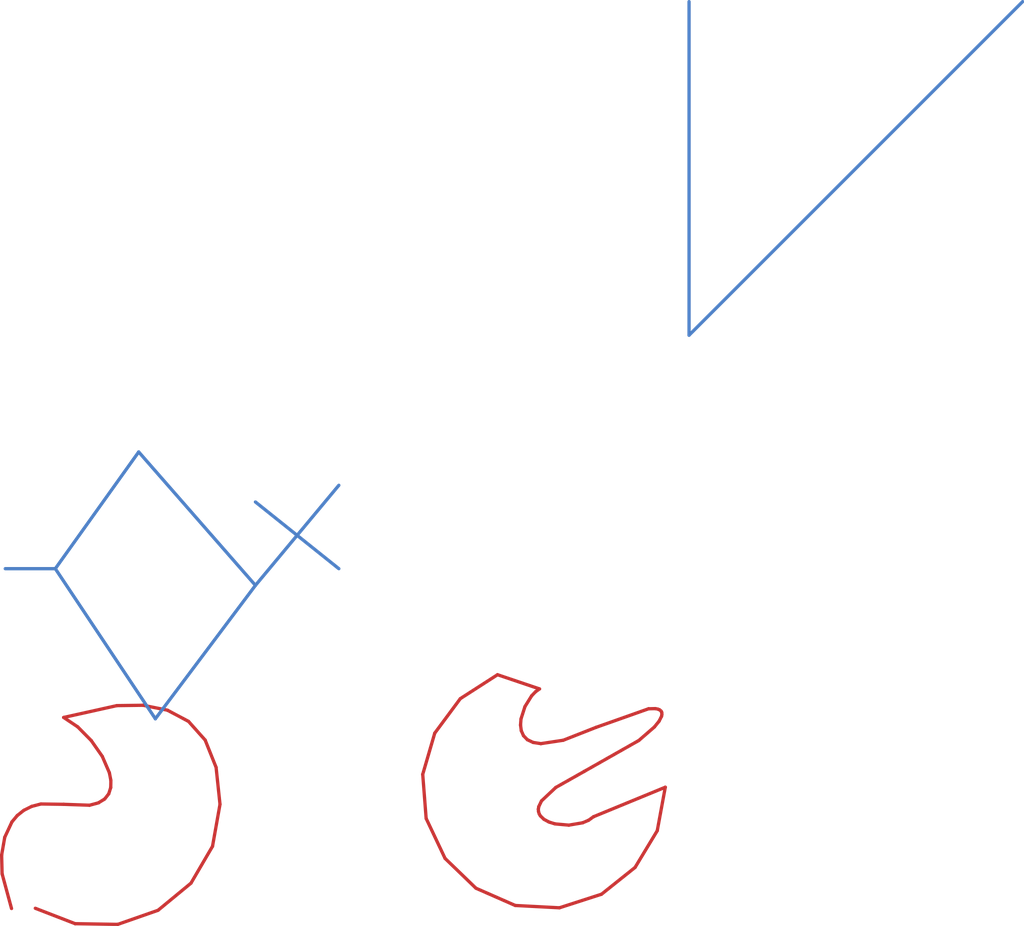
<source format=kicad_pcb>
(kicad_pcb (version 20171130) (host pcbnew 5.0.0+dfsg1-2)

  (general
    (thickness 1.6)
    (drawings 0)
    (tracks 20)
    (zones 0)
    (modules 0)
    (nets 2)
  )

  (page A4)
  (layers
    (0 F.Cu signal)
    (31 B.Cu signal)
    (32 B.Adhes user)
    (33 F.Adhes user)
    (34 B.Paste user)
    (35 F.Paste user)
    (36 B.SilkS user)
    (37 F.SilkS user)
    (38 B.Mask user)
    (39 F.Mask user)
    (40 Dwgs.User user)
    (41 Cmts.User user)
    (42 Eco1.User user)
    (43 Eco2.User user)
    (44 Edge.Cuts user)
    (45 Margin user)
    (46 B.CrtYd user)
    (47 F.CrtYd user)
    (48 B.Fab user)
    (49 F.Fab user)
  )

  (setup
    (last_trace_width 0.25)
    (trace_clearance 0.2)
    (zone_clearance 0.508)
    (zone_45_only no)
    (trace_min 0.2)
    (segment_width 0.2)
    (edge_width 0.15)
    (via_size 0.8)
    (via_drill 0.4)
    (via_min_size 0.4)
    (via_min_drill 0.3)
    (uvia_size 0.3)
    (uvia_drill 0.1)
    (uvias_allowed no)
    (uvia_min_size 0.2)
    (uvia_min_drill 0.1)
    (pcb_text_width 0.3)
    (pcb_text_size 1.5 1.5)
    (mod_edge_width 0.15)
    (mod_text_size 1 1)
    (mod_text_width 0.15)
    (pad_size 1.524 1.524)
    (pad_drill 0.762)
    (pad_to_mask_clearance 0.2)
    (aux_axis_origin 0 0)
    (grid_origin 50.8 76.2)
    (visible_elements FFFFFF7F)
    (pcbplotparams
      (layerselection 0x010fc_ffffffff)
      (usegerberextensions false)
      (usegerberattributes false)
      (usegerberadvancedattributes false)
      (creategerberjobfile false)
      (excludeedgelayer true)
      (linewidth 0.100000)
      (plotframeref false)
      (viasonmask false)
      (mode 1)
      (useauxorigin false)
      (hpglpennumber 1)
      (hpglpenspeed 20)
      (hpglpendiameter 15.000000)
      (psnegative false)
      (psa4output false)
      (plotreference true)
      (plotvalue true)
      (plotinvisibletext false)
      (padsonsilk false)
      (subtractmaskfromsilk false)
      (outputformat 1)
      (mirror false)
      (drillshape 1)
      (scaleselection 1)
      (outputdirectory ""))
  )

  (net 0 "")
  (net 1 "Net-1")

  (net_class Default "This is the default net class."
    (clearance 0.2)
    (trace_width 0.25)
    (via_dia 0.8)
    (via_drill 0.4)
    (uvia_dia 0.3)
    (uvia_drill 0.1)
  )

        (segment (start 68.551 87.737)         (end 68.924 87.469)         (width 0.25) (layer F.Cu) (net 0))
        (segment (start 68.096 87.931)         (end 68.551 87.737)         (width 0.25) (layer F.Cu) (net 0))
        (segment (start 67.047 88.109)         (end 68.096 87.931)         (width 0.25) (layer F.Cu) (net 0))
        (segment (start 65.993 88.015)         (end 67.047 88.109)         (width 0.25) (layer F.Cu) (net 0))
        (segment (start 65.532 87.872)         (end 65.993 88.015)         (width 0.25) (layer F.Cu) (net 0))
        (segment (start 65.151 87.667)         (end 65.532 87.872)         (width 0.25) (layer F.Cu) (net 0))
        (segment (start 64.877 87.402)         (end 65.151 87.667)         (width 0.25) (layer F.Cu) (net 0))
        (segment (start 64.788 87.247)         (end 64.877 87.402)         (width 0.25) (layer F.Cu) (net 0))
        (segment (start 64.736 87.078)         (end 64.788 87.247)         (width 0.25) (layer F.Cu) (net 0))
        (segment (start 64.724 86.895)         (end 64.736 87.078)         (width 0.25) (layer F.Cu) (net 0))
        (segment (start 64.756 86.698)         (end 64.724 86.895)         (width 0.25) (layer F.Cu) (net 0))
        (segment (start 64.964 86.264)         (end 64.756 86.698)         (width 0.25) (layer F.Cu) (net 0))
        (segment (start 66.052 85.240)         (end 64.964 86.264)         (width 0.25) (layer F.Cu) (net 0))
        (segment (start 68.215 84.020)         (end 66.052 85.240)         (width 0.25) (layer F.Cu) (net 0))
        (segment (start 72.375 81.662)         (end 68.215 84.020)         (width 0.25) (layer F.Cu) (net 0))
        (segment (start 73.561 80.633)         (end 72.375 81.662)         (width 0.25) (layer F.Cu) (net 0))
        (segment (start 73.915 80.196)         (end 73.561 80.633)         (width 0.25) (layer F.Cu) (net 0))
        (segment (start 74.103 79.827)         (end 73.915 80.196)         (width 0.25) (layer F.Cu) (net 0))
        (segment (start 74.134 79.671)         (end 74.103 79.827)         (width 0.25) (layer F.Cu) (net 0))
        (segment (start 74.122 79.536)         (end 74.134 79.671)         (width 0.25) (layer F.Cu) (net 0))
        (segment (start 74.099 79.477)         (end 74.122 79.536)         (width 0.25) (layer F.Cu) (net 0))
        (segment (start 74.066 79.423)         (end 74.099 79.477)         (width 0.25) (layer F.Cu) (net 0))
        (segment (start 73.966 79.335)         (end 74.066 79.423)         (width 0.25) (layer F.Cu) (net 0))
        (segment (start 73.821 79.272)         (end 73.966 79.335)         (width 0.25) (layer F.Cu) (net 0))
        (segment (start 73.631 79.236)         (end 73.821 79.272)         (width 0.25) (layer F.Cu) (net 0))
        (segment (start 73.112 79.249)         (end 73.631 79.236)         (width 0.25) (layer F.Cu) (net 0))
        (segment (start 69.113 80.665)         (end 73.112 79.249)         (width 0.25) (layer F.Cu) (net 0))
        (segment (start 66.616 81.646)         (end 69.113 80.665)         (width 0.25) (layer F.Cu) (net 0))
        (segment (start 64.914 81.903)         (end 66.616 81.646)         (width 0.25) (layer F.Cu) (net 0))
        (segment (start 64.324 81.812)         (end 64.914 81.903)         (width 0.25) (layer F.Cu) (net 0))
        (segment (start 63.889 81.604)         (end 64.324 81.812)         (width 0.25) (layer F.Cu) (net 0))
        (segment (start 63.594 81.300)         (end 63.889 81.604)         (width 0.25) (layer F.Cu) (net 0))
        (segment (start 63.425 80.921)         (end 63.594 81.300)         (width 0.25) (layer F.Cu) (net 0))
        (segment (start 63.366 80.488)         (end 63.425 80.921)         (width 0.25) (layer F.Cu) (net 0))
        (segment (start 63.402 80.022)         (end 63.366 80.488)         (width 0.25) (layer F.Cu) (net 0))
        (segment (start 63.705 79.079)         (end 63.402 80.022)         (width 0.25) (layer F.Cu) (net 0))
        (segment (start 64.214 78.260)         (end 63.705 79.079)         (width 0.25) (layer F.Cu) (net 0))
        (segment (start 64.510 77.951)         (end 64.214 78.260)         (width 0.25) (layer F.Cu) (net 0))
        (segment (start 64.813 77.736)         (end 64.510 77.951)         (width 0.25) (layer F.Cu) (net 0))
        (segment (start 61.614 76.655)         (end 64.813 77.736)         (width 0.25) (layer F.Cu) (net 0))
        (segment (start 58.781 78.477)         (end 61.614 76.655)         (width 0.25) (layer F.Cu) (net 0))
        (segment (start 56.835 81.103)         (end 58.781 78.477)         (width 0.25) (layer F.Cu) (net 0))
        (segment (start 55.919 84.241)         (end 56.835 81.103)         (width 0.25) (layer F.Cu) (net 0))
        (segment (start 56.179 87.599)         (end 55.919 84.241)         (width 0.25) (layer F.Cu) (net 0))
        (segment (start 57.620 90.643)         (end 56.179 87.599)         (width 0.25) (layer F.Cu) (net 0))
        (segment (start 59.972 92.913)         (end 57.620 90.643)         (width 0.25) (layer F.Cu) (net 0))
        (segment (start 62.964 94.227)         (end 59.972 92.913)         (width 0.25) (layer F.Cu) (net 0))
        (segment (start 66.328 94.404)         (end 62.964 94.227)         (width 0.25) (layer F.Cu) (net 0))
        (segment (start 69.533 93.370)         (end 66.328 94.404)         (width 0.25) (layer F.Cu) (net 0))
        (segment (start 72.088 91.331)         (end 69.533 93.370)         (width 0.25) (layer F.Cu) (net 0))
        (segment (start 73.778 88.534)         (end 72.088 91.331)         (width 0.25) (layer F.Cu) (net 0))
        (segment (start 74.390 85.222)         (end 73.778 88.534)         (width 0.25) (layer F.Cu) (net 0))
        (segment (start 68.924 87.469)         (end 74.390 85.222)         (width 0.25) (layer F.Cu) (net 0))
        (segment (start 39.911 89.723)         (end 40.481 86.524)         (width 0.25) (layer F.Cu) (net 1))
        (segment (start 38.271 92.528)         (end 39.911 89.723)         (width 0.25) (layer F.Cu) (net 1))
        (segment (start 35.763 94.594)         (end 38.271 92.528)         (width 0.25) (layer F.Cu) (net 1))
        (segment (start 32.696 95.666)         (end 35.763 94.594)         (width 0.25) (layer F.Cu) (net 1))
        (segment (start 29.447 95.613)         (end 32.696 95.666)         (width 0.25) (layer F.Cu) (net 1))
        (segment (start 26.417 94.441)         (end 29.447 95.613)         (width 0.25) (layer F.Cu) (net 1))
        (segment (start 40.183 83.708)         (end 40.481 86.524)         (width 0.25) (layer F.Cu) (net 1))
        (segment (start 39.351 81.632)         (end 40.183 83.708)         (width 0.25) (layer F.Cu) (net 1))
        (segment (start 38.083 80.209)         (end 39.351 81.632)         (width 0.25) (layer F.Cu) (net 1))
        (segment (start 36.475 79.354)         (end 38.083 80.209)         (width 0.25) (layer F.Cu) (net 1))
        (segment (start 34.623 78.982)         (end 36.475 79.354)         (width 0.25) (layer F.Cu) (net 1))
        (segment (start 32.625 79.008)         (end 34.623 78.982)         (width 0.25) (layer F.Cu) (net 1))
        (segment (start 28.575 79.909)         (end 32.625 79.008)         (width 0.25) (layer F.Cu) (net 1))
        (segment (start 29.648 80.628)         (end 28.575 79.909)         (width 0.25) (layer F.Cu) (net 1))
        (segment (start 30.672 81.664)         (end 29.648 80.628)         (width 0.25) (layer F.Cu) (net 1))
        (segment (start 31.518 82.875)         (end 30.672 81.664)         (width 0.25) (layer F.Cu) (net 1))
        (segment (start 32.056 84.117)         (end 31.518 82.875)         (width 0.25) (layer F.Cu) (net 1))
        (segment (start 32.171 84.704)         (end 32.056 84.117)         (width 0.25) (layer F.Cu) (net 1))
        (segment (start 32.160 85.246)         (end 32.171 84.704)         (width 0.25) (layer F.Cu) (net 1))
        (segment (start 32.009 85.724)         (end 32.160 85.246)         (width 0.25) (layer F.Cu) (net 1))
        (segment (start 31.700 86.119)         (end 32.009 85.724)         (width 0.25) (layer F.Cu) (net 1))
        (segment (start 31.219 86.415)         (end 31.700 86.119)         (width 0.25) (layer F.Cu) (net 1))
        (segment (start 30.548 86.593)         (end 31.219 86.415)         (width 0.25) (layer F.Cu) (net 1))
        (segment (start 28.575 86.524)         (end 30.548 86.593)         (width 0.25) (layer F.Cu) (net 1))
        (segment (start 26.840 86.499)         (end 28.575 86.524)         (width 0.25) (layer F.Cu) (net 1))
        (segment (start 26.139 86.683)         (end 26.840 86.499)         (width 0.25) (layer F.Cu) (net 1))
        (segment (start 25.542 86.981)         (end 26.139 86.683)         (width 0.25) (layer F.Cu) (net 1))
        (segment (start 25.043 87.378)         (end 25.542 86.981)         (width 0.25) (layer F.Cu) (net 1))
        (segment (start 24.638 87.861)         (end 25.043 87.378)         (width 0.25) (layer F.Cu) (net 1))
        (segment (start 24.089 89.033)         (end 24.638 87.861)         (width 0.25) (layer F.Cu) (net 1))
        (segment (start 23.853 90.387)         (end 24.089 89.033)         (width 0.25) (layer F.Cu) (net 1))
        (segment (start 23.888 91.815)         (end 23.853 90.387)         (width 0.25) (layer F.Cu) (net 1))
        (segment (start 24.606 94.461)         (end 23.888 91.815)         (width 0.25) (layer F.Cu) (net 1))
  (segment (start 76.2 25.4) (end 76.2 50.8) (width 0.25) (layer B.Cu) (net 0))
  (segment (start 76.2 50.8) (end 101.6 25.4) (width 0.25) (layer B.Cu) (net 0))
  (segment (start 27.94 68.58) (end 34.29 59.69) (width 0.25) (layer B.Cu) (net 1))
  (segment (start 34.29 59.69) (end 43.18 69.85) (width 0.25) (layer B.Cu) (net 1))
  (segment (start 43.18 69.85) (end 35.56 80.01) (width 0.25) (layer B.Cu) (net 1))
  (segment (start 35.56 80.01) (end 27.94 68.58) (width 0.25) (layer B.Cu) (net 1))
  (segment (start 43.18 69.85) (end 49.53 62.23) (width 0.25) (layer B.Cu) (net 1))
  (segment (start 43.18 63.5) (end 49.53 68.58) (width 0.25) (layer B.Cu) (net 1))
  (segment (start 27.94 68.58) (end 24.13 68.58) (width 0.25) (layer B.Cu) (net 1))

)


</source>
